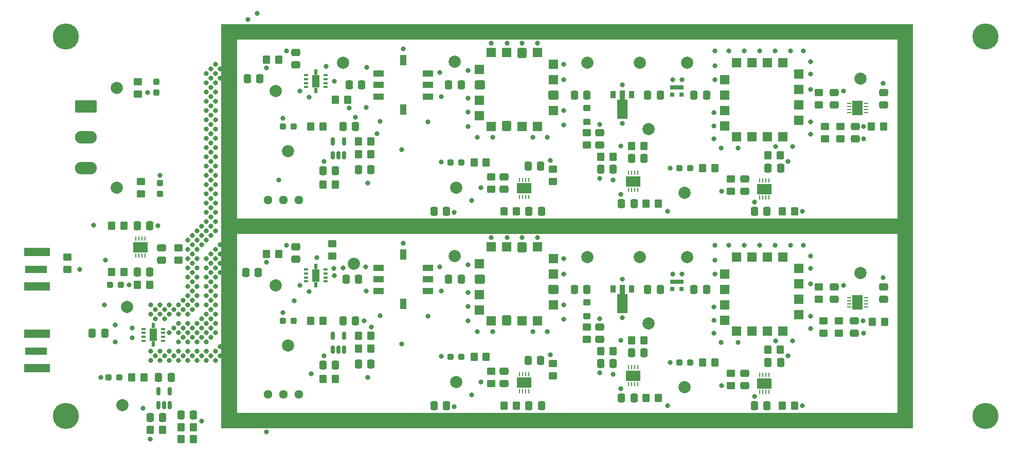
<source format=gbr>
%TF.GenerationSoftware,KiCad,Pcbnew,7.0.10-7.0.10~ubuntu22.04.1*%
%TF.CreationDate,2024-02-23T19:53:56-06:00*%
%TF.ProjectId,aom_driver,616f6d5f-6472-4697-9665-722e6b696361,v1*%
%TF.SameCoordinates,Original*%
%TF.FileFunction,Soldermask,Top*%
%TF.FilePolarity,Negative*%
%FSLAX46Y46*%
G04 Gerber Fmt 4.6, Leading zero omitted, Abs format (unit mm)*
G04 Created by KiCad (PCBNEW 7.0.10-7.0.10~ubuntu22.04.1) date 2024-02-23 19:53:56*
%MOMM*%
%LPD*%
G01*
G04 APERTURE LIST*
G04 Aperture macros list*
%AMRoundRect*
0 Rectangle with rounded corners*
0 $1 Rounding radius*
0 $2 $3 $4 $5 $6 $7 $8 $9 X,Y pos of 4 corners*
0 Add a 4 corners polygon primitive as box body*
4,1,4,$2,$3,$4,$5,$6,$7,$8,$9,$2,$3,0*
0 Add four circle primitives for the rounded corners*
1,1,$1+$1,$2,$3*
1,1,$1+$1,$4,$5*
1,1,$1+$1,$6,$7*
1,1,$1+$1,$8,$9*
0 Add four rect primitives between the rounded corners*
20,1,$1+$1,$2,$3,$4,$5,0*
20,1,$1+$1,$4,$5,$6,$7,0*
20,1,$1+$1,$6,$7,$8,$9,0*
20,1,$1+$1,$8,$9,$2,$3,0*%
%AMFreePoly0*
4,1,9,3.862500,-0.866500,0.737500,-0.866500,0.737500,-0.450000,-0.737500,-0.450000,-0.737500,0.450000,0.737500,0.450000,0.737500,0.866500,3.862500,0.866500,3.862500,-0.866500,3.862500,-0.866500,$1*%
G04 Aperture macros list end*
%ADD10RoundRect,0.250000X-0.350000X-0.450000X0.350000X-0.450000X0.350000X0.450000X-0.350000X0.450000X0*%
%ADD11RoundRect,0.250000X0.337500X0.475000X-0.337500X0.475000X-0.337500X-0.475000X0.337500X-0.475000X0*%
%ADD12R,0.250000X0.700000*%
%ADD13R,2.380000X1.660000*%
%ADD14C,4.300000*%
%ADD15RoundRect,0.250000X0.350000X0.450000X-0.350000X0.450000X-0.350000X-0.450000X0.350000X-0.450000X0*%
%ADD16C,2.000000*%
%ADD17RoundRect,0.250000X-0.337500X-0.475000X0.337500X-0.475000X0.337500X0.475000X-0.337500X0.475000X0*%
%ADD18R,3.600000X1.270000*%
%ADD19R,4.200000X1.350000*%
%ADD20RoundRect,0.237500X-0.287500X-0.237500X0.287500X-0.237500X0.287500X0.237500X-0.287500X0.237500X0*%
%ADD21C,1.440000*%
%ADD22RoundRect,0.250000X-0.450000X0.350000X-0.450000X-0.350000X0.450000X-0.350000X0.450000X0.350000X0*%
%ADD23RoundRect,0.250000X-0.475000X0.337500X-0.475000X-0.337500X0.475000X-0.337500X0.475000X0.337500X0*%
%ADD24RoundRect,0.237500X0.287500X0.237500X-0.287500X0.237500X-0.287500X-0.237500X0.287500X-0.237500X0*%
%ADD25R,0.800000X0.700000*%
%ADD26R,2.300000X0.700000*%
%ADD27R,0.760000X0.330000*%
%ADD28R,0.510000X0.940000*%
%ADD29R,1.220000X2.130000*%
%ADD30RoundRect,0.250000X0.475000X-0.337500X0.475000X0.337500X-0.475000X0.337500X-0.475000X-0.337500X0*%
%ADD31RoundRect,0.250000X0.350000X-0.275000X0.350000X0.275000X-0.350000X0.275000X-0.350000X-0.275000X0*%
%ADD32RoundRect,0.250000X0.450000X-0.350000X0.450000X0.350000X-0.450000X0.350000X-0.450000X-0.350000X0*%
%ADD33RoundRect,0.150000X0.150000X-0.512500X0.150000X0.512500X-0.150000X0.512500X-0.150000X-0.512500X0*%
%ADD34R,1.524000X1.524000*%
%ADD35R,1.520000X1.520000*%
%ADD36RoundRect,0.228000X0.597000X0.532000X-0.597000X0.532000X-0.597000X-0.532000X0.597000X-0.532000X0*%
%ADD37RoundRect,0.228000X0.532000X0.597000X-0.532000X0.597000X-0.532000X-0.597000X0.532000X-0.597000X0*%
%ADD38RoundRect,0.237500X0.237500X-0.287500X0.237500X0.287500X-0.237500X0.287500X-0.237500X-0.287500X0*%
%ADD39R,0.900000X1.300000*%
%ADD40FreePoly0,270.000000*%
%ADD41R,1.778000X1.016000*%
%ADD42R,1.016000X1.778000*%
%ADD43R,0.700000X0.250000*%
%ADD44R,1.660000X2.380000*%
%ADD45RoundRect,0.249999X-1.550001X0.790001X-1.550001X-0.790001X1.550001X-0.790001X1.550001X0.790001X0*%
%ADD46O,3.600000X2.080000*%
%ADD47C,0.800000*%
G04 APERTURE END LIST*
D10*
%TO.C,R54*%
X83201000Y-99618000D03*
X85201000Y-99618000D03*
%TD*%
D11*
%TO.C,C38*%
X125878500Y-90424000D03*
X123803500Y-90424000D03*
%TD*%
D12*
%TO.C,U1*%
X191416500Y-124203000D03*
X190916500Y-124203000D03*
X190416500Y-124203000D03*
X189916500Y-124203000D03*
X189916500Y-127003000D03*
X190416500Y-127003000D03*
X190916500Y-127003000D03*
X191416500Y-127003000D03*
D13*
X190666500Y-125603000D03*
%TD*%
D14*
%TO.C,H4*%
X227076500Y-130937500D03*
%TD*%
D15*
%TO.C,R3*%
X195603000Y-129285500D03*
X193603000Y-129285500D03*
%TD*%
D16*
%TO.C,TP6*%
X177927500Y-72771500D03*
%TD*%
D11*
%TO.C,C39*%
X140737500Y-108458000D03*
X138662500Y-108458000D03*
%TD*%
D16*
%TO.C,TP17*%
X112267500Y-119379500D03*
%TD*%
D10*
%TO.C,R16*%
X191277500Y-88010500D03*
X193277500Y-88010500D03*
%TD*%
D17*
%TO.C,C35*%
X117961000Y-122554500D03*
X120036000Y-122554500D03*
%TD*%
D11*
%TO.C,C17*%
X169185000Y-128015500D03*
X167110000Y-128015500D03*
%TD*%
D18*
%TO.C,J2*%
X70739500Y-106807500D03*
D19*
X70939500Y-103982500D03*
X70939500Y-109632500D03*
%TD*%
D17*
%TO.C,C53*%
X87394500Y-99618000D03*
X89469500Y-99618000D03*
%TD*%
D11*
%TO.C,C6*%
X191069500Y-97282500D03*
X188994500Y-97282500D03*
%TD*%
D20*
%TO.C,D1*%
X176671000Y-122174000D03*
X178421000Y-122174000D03*
%TD*%
D21*
%TO.C,RV1*%
X114045500Y-127380500D03*
X111505500Y-127380500D03*
X108965500Y-127380500D03*
%TD*%
D16*
%TO.C,TP15*%
X139700000Y-104648000D03*
%TD*%
%TO.C,TP25*%
X84963500Y-129159500D03*
%TD*%
D22*
%TO.C,R6*%
X200406000Y-115332000D03*
X200406000Y-117332000D03*
%TD*%
D11*
%TO.C,C26*%
X165756500Y-90297000D03*
X163681500Y-90297000D03*
%TD*%
D15*
%TO.C,R38*%
X125841000Y-87884000D03*
X123841000Y-87884000D03*
%TD*%
D16*
%TO.C,TP23*%
X84074500Y-76962500D03*
%TD*%
D11*
%TO.C,C40*%
X140738000Y-76454500D03*
X138663000Y-76454500D03*
%TD*%
D23*
%TO.C,C8*%
X205613000Y-83290500D03*
X205613000Y-85365500D03*
%TD*%
D22*
%TO.C,R10*%
X185166000Y-91964000D03*
X185166000Y-93964000D03*
%TD*%
D16*
%TO.C,TP10*%
X170180500Y-72771500D03*
%TD*%
D20*
%TO.C,D3*%
X139039000Y-121192000D03*
X140789000Y-121192000D03*
%TD*%
D24*
%TO.C,D5*%
X113142500Y-115315500D03*
X111392500Y-115315500D03*
%TD*%
D25*
%TO.C,U8*%
X177026500Y-78070500D03*
X175526500Y-78070500D03*
D26*
X176276500Y-76870500D03*
%TD*%
D15*
%TO.C,R23*%
X165718500Y-120268500D03*
X163718500Y-120268500D03*
%TD*%
D17*
%TO.C,C24*%
X151743500Y-89789000D03*
X153818500Y-89789000D03*
%TD*%
D16*
%TO.C,TP22*%
X110236500Y-77470500D03*
%TD*%
D27*
%TO.C,U17*%
X118465000Y-108813000D03*
X118465000Y-108153000D03*
X118465000Y-107493000D03*
X118465000Y-106833000D03*
X115215000Y-106833000D03*
X115215000Y-107493000D03*
X115215000Y-108153000D03*
X115215000Y-108813000D03*
D28*
X116840000Y-109358000D03*
D29*
X116840000Y-107823000D03*
D28*
X116840000Y-106288000D03*
%TD*%
D10*
%TO.C,R42*%
X108727500Y-104266500D03*
X110727500Y-104266500D03*
%TD*%
D22*
%TO.C,R9*%
X185165500Y-123967500D03*
X185165500Y-125967500D03*
%TD*%
D30*
%TO.C,C4*%
X210312500Y-79778000D03*
X210312500Y-77703000D03*
%TD*%
D16*
%TO.C,TP14*%
X161544500Y-72771500D03*
%TD*%
D24*
%TO.C,D8*%
X84695000Y-109363000D03*
X82945000Y-109363000D03*
%TD*%
D30*
%TO.C,C51*%
X91440000Y-105320500D03*
X91440000Y-103245500D03*
%TD*%
D27*
%TO.C,U19*%
X91668500Y-118592500D03*
X91668500Y-117932500D03*
X91668500Y-117272500D03*
X91668500Y-116612500D03*
X88418500Y-116612500D03*
X88418500Y-117272500D03*
X88418500Y-117932500D03*
X88418500Y-118592500D03*
D28*
X90043500Y-119137500D03*
D29*
X90043500Y-117602500D03*
D28*
X90043500Y-116067500D03*
%TD*%
D15*
%TO.C,R12*%
X182483500Y-90170500D03*
X180483500Y-90170500D03*
%TD*%
D11*
%TO.C,C48*%
X107591000Y-75438500D03*
X105516000Y-75438500D03*
%TD*%
D17*
%TO.C,C13*%
X191240500Y-90170000D03*
X193315500Y-90170000D03*
%TD*%
D31*
%TO.C,L2*%
X161473500Y-82557500D03*
X161473500Y-80257500D03*
%TD*%
D11*
%TO.C,C34*%
X161439000Y-78105500D03*
X159364000Y-78105500D03*
%TD*%
D12*
%TO.C,U5*%
X151879500Y-124075500D03*
X151379500Y-124075500D03*
X150879500Y-124075500D03*
X150379500Y-124075500D03*
X150379500Y-126875500D03*
X150879500Y-126875500D03*
X151379500Y-126875500D03*
X151879500Y-126875500D03*
D13*
X151129500Y-125475500D03*
%TD*%
D30*
%TO.C,C14*%
X202184000Y-79777500D03*
X202184000Y-77702500D03*
%TD*%
D16*
%TO.C,TP3*%
X177546000Y-126238000D03*
%TD*%
D30*
%TO.C,C12*%
X202183500Y-111781000D03*
X202183500Y-109706000D03*
%TD*%
D20*
%TO.C,D2*%
X176671500Y-90170500D03*
X178421500Y-90170500D03*
%TD*%
D11*
%TO.C,C41*%
X123338000Y-115315500D03*
X121263000Y-115315500D03*
%TD*%
D10*
%TO.C,R45*%
X87431500Y-109396500D03*
X89431500Y-109396500D03*
%TD*%
D16*
%TO.C,TP24*%
X84074500Y-93345500D03*
%TD*%
D17*
%TO.C,C50*%
X87394500Y-107238000D03*
X89469500Y-107238000D03*
%TD*%
%TO.C,C16*%
X151870500Y-97282000D03*
X153945500Y-97282000D03*
%TD*%
D15*
%TO.C,R25*%
X144851000Y-121192000D03*
X142851000Y-121192000D03*
%TD*%
D22*
%TO.C,R49*%
X88011000Y-92345500D03*
X88011000Y-94345500D03*
%TD*%
D14*
%TO.C,H3*%
X227076500Y-68453500D03*
%TD*%
D11*
%TO.C,C47*%
X107336500Y-107315000D03*
X105261500Y-107315000D03*
%TD*%
D16*
%TO.C,TP12*%
X171577000Y-83693000D03*
%TD*%
D10*
%TO.C,R32*%
X168799000Y-86487000D03*
X170799000Y-86487000D03*
%TD*%
D11*
%TO.C,C44*%
X124354500Y-76454000D03*
X122279500Y-76454000D03*
%TD*%
D23*
%TO.C,C9*%
X187451500Y-123930000D03*
X187451500Y-126005000D03*
%TD*%
D12*
%TO.C,U10*%
X169787000Y-90929500D03*
X169287000Y-90929500D03*
X168787000Y-90929500D03*
X168287000Y-90929500D03*
X168287000Y-93729500D03*
X168787000Y-93729500D03*
X169287000Y-93729500D03*
X169787000Y-93729500D03*
D13*
X169037000Y-92329500D03*
%TD*%
D18*
%TO.C,J1*%
X70739500Y-120269500D03*
D19*
X70939500Y-117444500D03*
X70939500Y-123094500D03*
%TD*%
D15*
%TO.C,R19*%
X173211500Y-128015500D03*
X171211500Y-128015500D03*
%TD*%
%TO.C,R36*%
X125841000Y-85725000D03*
X123841000Y-85725000D03*
%TD*%
D24*
%TO.C,D6*%
X113143000Y-83312000D03*
X111393000Y-83312000D03*
%TD*%
D16*
%TO.C,TP16*%
X139700500Y-72644500D03*
%TD*%
D15*
%TO.C,R53*%
X96631000Y-134747000D03*
X94631000Y-134747000D03*
%TD*%
D25*
%TO.C,U7*%
X177026000Y-110074000D03*
X175526000Y-110074000D03*
D26*
X176276000Y-108874000D03*
%TD*%
D15*
%TO.C,R35*%
X125840500Y-117728500D03*
X123840500Y-117728500D03*
%TD*%
D10*
%TO.C,R46*%
X86503500Y-124587500D03*
X88503500Y-124587500D03*
%TD*%
D16*
%TO.C,TP5*%
X177927000Y-104775000D03*
%TD*%
D30*
%TO.C,C45*%
X113537500Y-105177000D03*
X113537500Y-103102000D03*
%TD*%
D32*
%TO.C,R30*%
X161473500Y-86344500D03*
X161473500Y-84344500D03*
%TD*%
D23*
%TO.C,C10*%
X187452000Y-91926500D03*
X187452000Y-94001500D03*
%TD*%
D22*
%TO.C,R5*%
X202946000Y-115332000D03*
X202946000Y-117332000D03*
%TD*%
D11*
%TO.C,C42*%
X123338500Y-83312000D03*
X121263500Y-83312000D03*
%TD*%
D16*
%TO.C,TP7*%
X139914000Y-125383000D03*
%TD*%
D10*
%TO.C,R15*%
X191277000Y-120014000D03*
X193277000Y-120014000D03*
%TD*%
D11*
%TO.C,C37*%
X125878000Y-122427500D03*
X123803000Y-122427500D03*
%TD*%
D15*
%TO.C,R24*%
X165719000Y-88265000D03*
X163719000Y-88265000D03*
%TD*%
D16*
%TO.C,TP2*%
X206502000Y-75438000D03*
%TD*%
D30*
%TO.C,C29*%
X163576000Y-118385500D03*
X163576000Y-116310500D03*
%TD*%
D10*
%TO.C,R40*%
X115967000Y-83312000D03*
X117967000Y-83312000D03*
%TD*%
D33*
%TO.C,U20*%
X90871500Y-129154000D03*
X91821500Y-129154000D03*
X92771500Y-129154000D03*
X92771500Y-126879000D03*
X90871500Y-126879000D03*
%TD*%
D32*
%TO.C,R14*%
X199644000Y-79740000D03*
X199644000Y-77740000D03*
%TD*%
D16*
%TO.C,TP8*%
X139914500Y-93379500D03*
%TD*%
%TO.C,TP1*%
X206501500Y-107441500D03*
%TD*%
D34*
%TO.C,X2*%
X196342500Y-82296500D03*
X196342500Y-79756500D03*
X196342500Y-77216500D03*
X196342500Y-74676500D03*
X193675500Y-72771500D03*
X191135500Y-72771500D03*
X188595500Y-72771500D03*
X186055500Y-72771500D03*
X184150500Y-75565500D03*
X184150500Y-78105500D03*
X184150500Y-80645500D03*
X184150500Y-83185500D03*
X186055500Y-84963500D03*
X188595500Y-84963500D03*
X191135500Y-84963500D03*
X193675500Y-84963500D03*
%TD*%
D30*
%TO.C,C3*%
X210312000Y-111781500D03*
X210312000Y-109706500D03*
%TD*%
D34*
%TO.C,X1*%
X196342000Y-114300000D03*
X196342000Y-111760000D03*
X196342000Y-109220000D03*
X196342000Y-106680000D03*
X193675000Y-104775000D03*
X191135000Y-104775000D03*
X188595000Y-104775000D03*
X186055000Y-104775000D03*
X184150000Y-107569000D03*
X184150000Y-110109000D03*
X184150000Y-112649000D03*
X184150000Y-115189000D03*
X186055000Y-116967000D03*
X188595000Y-116967000D03*
X191135000Y-116967000D03*
X193675000Y-116967000D03*
%TD*%
D30*
%TO.C,C30*%
X163576500Y-86382000D03*
X163576500Y-84307000D03*
%TD*%
D16*
%TO.C,TP18*%
X112268000Y-87376000D03*
%TD*%
D10*
%TO.C,R17*%
X147843500Y-129285500D03*
X149843500Y-129285500D03*
%TD*%
D14*
%TO.C,H2*%
X75692500Y-130937500D03*
%TD*%
D11*
%TO.C,C18*%
X169185500Y-96012000D03*
X167110500Y-96012000D03*
%TD*%
D16*
%TO.C,TP9*%
X170180000Y-104775000D03*
%TD*%
D22*
%TO.C,R7*%
X203200000Y-83328000D03*
X203200000Y-85328000D03*
%TD*%
D15*
%TO.C,R4*%
X195603500Y-97282000D03*
X193603500Y-97282000D03*
%TD*%
D17*
%TO.C,C32*%
X168761500Y-88519000D03*
X170836500Y-88519000D03*
%TD*%
D15*
%TO.C,R55*%
X91551000Y-133223000D03*
X89551000Y-133223000D03*
%TD*%
D17*
%TO.C,C15*%
X151870000Y-129285500D03*
X153945000Y-129285500D03*
%TD*%
D11*
%TO.C,C27*%
X173503500Y-110109000D03*
X171428500Y-110109000D03*
%TD*%
D33*
%TO.C,U15*%
X119572500Y-120009000D03*
X120522500Y-120009000D03*
X121472500Y-120009000D03*
X121472500Y-117734000D03*
X119572500Y-117734000D03*
%TD*%
D16*
%TO.C,TP4*%
X177546500Y-94234500D03*
%TD*%
D35*
%TO.C,U13*%
X155960000Y-112650000D03*
D36*
X155890000Y-110110000D03*
D35*
X155960000Y-107570000D03*
X155960000Y-105030000D03*
X153290000Y-103120000D03*
D37*
X150750000Y-103190000D03*
D35*
X148210000Y-103120000D03*
X145670000Y-103120000D03*
X143760000Y-105920000D03*
D36*
X143830000Y-108460000D03*
D35*
X143760000Y-111000000D03*
X143760000Y-113540000D03*
X145670000Y-115320000D03*
D37*
X148210000Y-115250000D03*
D35*
X150750000Y-115320000D03*
X153290000Y-115320000D03*
%TD*%
D38*
%TO.C,D10*%
X91186000Y-94347000D03*
X91186000Y-92597000D03*
%TD*%
D16*
%TO.C,TP20*%
X123063000Y-105918000D03*
%TD*%
D32*
%TO.C,R29*%
X161473000Y-118348000D03*
X161473000Y-116348000D03*
%TD*%
D11*
%TO.C,C55*%
X82063500Y-117348000D03*
X79988500Y-117348000D03*
%TD*%
D17*
%TO.C,C54*%
X89513500Y-131191000D03*
X91588500Y-131191000D03*
%TD*%
D32*
%TO.C,R8*%
X200660000Y-85328000D03*
X200660000Y-83328000D03*
%TD*%
%TO.C,R43*%
X119506500Y-104631500D03*
X119506500Y-102631500D03*
%TD*%
D15*
%TO.C,R47*%
X85241000Y-107238000D03*
X83241000Y-107238000D03*
%TD*%
D39*
%TO.C,U12*%
X168759500Y-78060500D03*
D40*
X167259500Y-78148000D03*
D39*
X165759500Y-78060500D03*
%TD*%
D32*
%TO.C,R27*%
X155828500Y-124316500D03*
X155828500Y-122316500D03*
%TD*%
D14*
%TO.C,H1*%
X75692500Y-68453500D03*
%TD*%
D21*
%TO.C,RV2*%
X114046000Y-95377000D03*
X111506000Y-95377000D03*
X108966000Y-95377000D03*
%TD*%
D38*
%TO.C,D9*%
X90551000Y-77710000D03*
X90551000Y-75960000D03*
%TD*%
D12*
%TO.C,U21*%
X87174000Y-104574000D03*
X87674000Y-104574000D03*
X88174000Y-104574000D03*
X88674000Y-104574000D03*
X88674000Y-101774000D03*
X88174000Y-101774000D03*
X87674000Y-101774000D03*
X87174000Y-101774000D03*
D13*
X87924000Y-103174000D03*
%TD*%
D11*
%TO.C,C28*%
X173504000Y-78105500D03*
X171429000Y-78105500D03*
%TD*%
D16*
%TO.C,TP19*%
X121285000Y-72771000D03*
%TD*%
D10*
%TO.C,R44*%
X108728000Y-72263000D03*
X110728000Y-72263000D03*
%TD*%
D12*
%TO.C,U3*%
X191417000Y-92199500D03*
X190917000Y-92199500D03*
X190417000Y-92199500D03*
X189917000Y-92199500D03*
X189917000Y-94999500D03*
X190417000Y-94999500D03*
X190917000Y-94999500D03*
X191417000Y-94999500D03*
D13*
X190667000Y-93599500D03*
%TD*%
D10*
%TO.C,R1*%
X208423000Y-115443000D03*
X210423000Y-115443000D03*
%TD*%
D32*
%TO.C,R28*%
X155829000Y-92313000D03*
X155829000Y-90313000D03*
%TD*%
D11*
%TO.C,C5*%
X191069000Y-129286000D03*
X188994000Y-129286000D03*
%TD*%
%TO.C,C43*%
X123846500Y-108458000D03*
X121771500Y-108458000D03*
%TD*%
D17*
%TO.C,C2*%
X136249500Y-97282000D03*
X138324500Y-97282000D03*
%TD*%
D30*
%TO.C,C46*%
X113538000Y-73173500D03*
X113538000Y-71098500D03*
%TD*%
D32*
%TO.C,R48*%
X87503000Y-77962000D03*
X87503000Y-75962000D03*
%TD*%
D17*
%TO.C,C31*%
X168761000Y-120522500D03*
X170836000Y-120522500D03*
%TD*%
D15*
%TO.C,R26*%
X144851500Y-89188500D03*
X142851500Y-89188500D03*
%TD*%
D11*
%TO.C,C49*%
X92986000Y-124587500D03*
X90911000Y-124587500D03*
%TD*%
D10*
%TO.C,R2*%
X208296000Y-83312000D03*
X210296000Y-83312000D03*
%TD*%
D20*
%TO.C,D4*%
X139039500Y-89188500D03*
X140789500Y-89188500D03*
%TD*%
D15*
%TO.C,R34*%
X119999000Y-92837000D03*
X117999000Y-92837000D03*
%TD*%
D11*
%TO.C,C22*%
X181124000Y-78105500D03*
X179049000Y-78105500D03*
%TD*%
D15*
%TO.C,R20*%
X173212000Y-96012000D03*
X171212000Y-96012000D03*
%TD*%
D22*
%TO.C,R22*%
X145669000Y-91617500D03*
X145669000Y-93617500D03*
%TD*%
D41*
%TO.C,FL2*%
X135255500Y-78359500D03*
X135255500Y-76454500D03*
X135255500Y-74549500D03*
D42*
X131191500Y-72390500D03*
D41*
X127127500Y-74549500D03*
X127127500Y-76454500D03*
X127127500Y-78359500D03*
D42*
X131191500Y-80518500D03*
%TD*%
D24*
%TO.C,D7*%
X84441500Y-124587500D03*
X82691500Y-124587500D03*
%TD*%
D12*
%TO.C,U9*%
X169786500Y-122933000D03*
X169286500Y-122933000D03*
X168786500Y-122933000D03*
X168286500Y-122933000D03*
X168286500Y-125733000D03*
X168786500Y-125733000D03*
X169286500Y-125733000D03*
X169786500Y-125733000D03*
D13*
X169036500Y-124333000D03*
%TD*%
D17*
%TO.C,C36*%
X117961500Y-90551000D03*
X120036500Y-90551000D03*
%TD*%
D15*
%TO.C,R11*%
X182483000Y-122174000D03*
X180483000Y-122174000D03*
%TD*%
D17*
%TO.C,C11*%
X191240000Y-122173500D03*
X193315000Y-122173500D03*
%TD*%
D33*
%TO.C,U16*%
X119573000Y-88005500D03*
X120523000Y-88005500D03*
X121473000Y-88005500D03*
X121473000Y-85730500D03*
X119573000Y-85730500D03*
%TD*%
D39*
%TO.C,U11*%
X168759000Y-110064000D03*
D40*
X167259000Y-110151500D03*
D39*
X165759000Y-110064000D03*
%TD*%
D17*
%TO.C,C1*%
X136249000Y-129285500D03*
X138324000Y-129285500D03*
%TD*%
D23*
%TO.C,C21*%
X147828000Y-91580000D03*
X147828000Y-93655000D03*
%TD*%
D16*
%TO.C,TP21*%
X110236000Y-109474000D03*
%TD*%
D17*
%TO.C,C23*%
X151743000Y-121792500D03*
X153818000Y-121792500D03*
%TD*%
D16*
%TO.C,TP11*%
X171576500Y-115696500D03*
%TD*%
D31*
%TO.C,L1*%
X161473000Y-114561000D03*
X161473000Y-112261000D03*
%TD*%
D23*
%TO.C,C7*%
X205486000Y-115294000D03*
X205486000Y-117369000D03*
%TD*%
D16*
%TO.C,TP26*%
X85725500Y-113030500D03*
%TD*%
D15*
%TO.C,R52*%
X96631000Y-132842000D03*
X94631000Y-132842000D03*
%TD*%
D16*
%TO.C,TP13*%
X161544000Y-104775000D03*
%TD*%
D10*
%TO.C,R18*%
X147844000Y-97282000D03*
X149844000Y-97282000D03*
%TD*%
D41*
%TO.C,FL1*%
X135255000Y-110363000D03*
X135255000Y-108458000D03*
X135255000Y-106553000D03*
D42*
X131191000Y-104394000D03*
D41*
X127127000Y-106553000D03*
X127127000Y-108458000D03*
X127127000Y-110363000D03*
D42*
X131191000Y-112522000D03*
%TD*%
D10*
%TO.C,R31*%
X168798500Y-118490500D03*
X170798500Y-118490500D03*
%TD*%
D12*
%TO.C,U6*%
X151880000Y-92072000D03*
X151380000Y-92072000D03*
X150880000Y-92072000D03*
X150380000Y-92072000D03*
X150380000Y-94872000D03*
X150880000Y-94872000D03*
X151380000Y-94872000D03*
X151880000Y-94872000D03*
D13*
X151130000Y-93472000D03*
%TD*%
D11*
%TO.C,C25*%
X165756000Y-122300500D03*
X163681000Y-122300500D03*
%TD*%
D43*
%TO.C,U4*%
X204594500Y-79514500D03*
X204594500Y-80014500D03*
X204594500Y-80514500D03*
X204594500Y-81014500D03*
X207394500Y-81014500D03*
X207394500Y-80514500D03*
X207394500Y-80014500D03*
X207394500Y-79514500D03*
D44*
X205994500Y-80264500D03*
%TD*%
D15*
%TO.C,R33*%
X119998500Y-124840500D03*
X117998500Y-124840500D03*
%TD*%
D27*
%TO.C,U18*%
X118465500Y-76809500D03*
X118465500Y-76149500D03*
X118465500Y-75489500D03*
X118465500Y-74829500D03*
X115215500Y-74829500D03*
X115215500Y-75489500D03*
X115215500Y-76149500D03*
X115215500Y-76809500D03*
D28*
X116840500Y-77354500D03*
D29*
X116840500Y-75819500D03*
D28*
X116840500Y-74284500D03*
%TD*%
D10*
%TO.C,R41*%
X120031000Y-78867000D03*
X122031000Y-78867000D03*
%TD*%
D32*
%TO.C,R51*%
X94234000Y-105283000D03*
X94234000Y-103283000D03*
%TD*%
D22*
%TO.C,R21*%
X145668500Y-123621000D03*
X145668500Y-125621000D03*
%TD*%
D43*
%TO.C,U2*%
X204594000Y-111518000D03*
X204594000Y-112018000D03*
X204594000Y-112518000D03*
X204594000Y-113018000D03*
X207394000Y-113018000D03*
X207394000Y-112518000D03*
X207394000Y-112018000D03*
X207394000Y-111518000D03*
D44*
X205994000Y-112268000D03*
%TD*%
D23*
%TO.C,C19*%
X147827500Y-123583500D03*
X147827500Y-125658500D03*
%TD*%
D45*
%TO.C,J3*%
X78994500Y-80010500D03*
D46*
X78994500Y-85090500D03*
X78994500Y-90170500D03*
%TD*%
D35*
%TO.C,U14*%
X155960500Y-80646500D03*
D36*
X155890500Y-78106500D03*
D35*
X155960500Y-75566500D03*
X155960500Y-73026500D03*
X153290500Y-71116500D03*
D37*
X150750500Y-71186500D03*
D35*
X148210500Y-71116500D03*
X145670500Y-71116500D03*
X143760500Y-73916500D03*
D36*
X143830500Y-76456500D03*
D35*
X143760500Y-78996500D03*
X143760500Y-81536500D03*
X145670500Y-83316500D03*
D37*
X148210500Y-83246500D03*
D35*
X150750500Y-83316500D03*
X153290500Y-83316500D03*
%TD*%
D11*
%TO.C,C20*%
X181123500Y-110109000D03*
X179048500Y-110109000D03*
%TD*%
D15*
%TO.C,R37*%
X125840500Y-119887500D03*
X123840500Y-119887500D03*
%TD*%
D10*
%TO.C,R39*%
X115966500Y-115315500D03*
X117966500Y-115315500D03*
%TD*%
D32*
%TO.C,R50*%
X75946500Y-106791500D03*
X75946500Y-104791500D03*
%TD*%
D11*
%TO.C,C33*%
X161438500Y-110109000D03*
X159363500Y-110109000D03*
%TD*%
%TO.C,C52*%
X96668500Y-130810000D03*
X94593500Y-130810000D03*
%TD*%
D32*
%TO.C,R13*%
X199643500Y-111743500D03*
X199643500Y-109743500D03*
%TD*%
D47*
X196889500Y-97282000D03*
X107188500Y-64643500D03*
X174752000Y-97282500D03*
X174751500Y-129286000D03*
X142493500Y-127507500D03*
X142494000Y-95504000D03*
X125348500Y-124586500D03*
X125349000Y-92583000D03*
X196889000Y-129285500D03*
X207010000Y-83312000D03*
X206883000Y-115315500D03*
X80264500Y-99568000D03*
X98806500Y-91313500D03*
X171958000Y-130937000D03*
X98806500Y-77597500D03*
X195326000Y-86614000D03*
X201676000Y-131699000D03*
X101854500Y-101981500D03*
X213868500Y-131699500D03*
X157607500Y-73025500D03*
X141859500Y-83312500D03*
X172720500Y-99695500D03*
X100330500Y-95885500D03*
X214630500Y-71501500D03*
X120142000Y-132461000D03*
X140716500Y-67691500D03*
X213106500Y-118745500D03*
X100330500Y-82169500D03*
X107950500Y-100457500D03*
X141859000Y-115316000D03*
X157607500Y-80645500D03*
X101092500Y-105791500D03*
X120142500Y-68453500D03*
X184785000Y-102870000D03*
X147574000Y-130937000D03*
X141478500Y-68453500D03*
X108712500Y-99695500D03*
X177292000Y-131699000D03*
X91948500Y-121031500D03*
X162814000Y-130937000D03*
X162052500Y-99695500D03*
X102616500Y-93599500D03*
X187960500Y-67691500D03*
X139192500Y-67691500D03*
X207010500Y-68453500D03*
X155194000Y-130937000D03*
X191770500Y-100457500D03*
X135382500Y-66929500D03*
X139192500Y-99695500D03*
X103378500Y-89789500D03*
X101854500Y-82169500D03*
X99568500Y-98171500D03*
X152908000Y-131699000D03*
X184912500Y-99695500D03*
X107950500Y-68453500D03*
X133096500Y-99695500D03*
X197866000Y-130937000D03*
X112522500Y-66929500D03*
X149860500Y-99695500D03*
X191008000Y-131699000D03*
X213868500Y-127127500D03*
X101854500Y-88265500D03*
X145669000Y-101600000D03*
X126238500Y-98933500D03*
X138430500Y-66929500D03*
X141859000Y-112903000D03*
X139572500Y-129412500D03*
X101854500Y-114173500D03*
X182499000Y-102870000D03*
X156718500Y-100457500D03*
X98044500Y-101219500D03*
X214630500Y-68453500D03*
X213106500Y-86741500D03*
X214630500Y-114173500D03*
X181102500Y-66929500D03*
X99568500Y-108839500D03*
X102616500Y-105791500D03*
X197866500Y-66929500D03*
X97282500Y-101981500D03*
X106426000Y-132461000D03*
X182626000Y-132461000D03*
X102616500Y-116459500D03*
X100330500Y-111125500D03*
X109474000Y-130937000D03*
X126238500Y-68453500D03*
X194563000Y-121030000D03*
X92710500Y-121793500D03*
X214630500Y-132461500D03*
X95758500Y-114173500D03*
X115697000Y-110490000D03*
X129286000Y-132461000D03*
X213106500Y-66929500D03*
X170434500Y-66929500D03*
X212344500Y-131699500D03*
X168148500Y-99695500D03*
X123190500Y-98933500D03*
X101854500Y-100457500D03*
X213106500Y-80645500D03*
X144526500Y-100457500D03*
X179578500Y-100457500D03*
X177292500Y-67691500D03*
X182499500Y-75565500D03*
X103378500Y-92837500D03*
X98044500Y-114935500D03*
X168910000Y-130937000D03*
X97282500Y-121793500D03*
X213868500Y-96647500D03*
X106426500Y-100457500D03*
X97282500Y-117221500D03*
X118618500Y-66929500D03*
X194945500Y-70866500D03*
X187198000Y-132461000D03*
X91186500Y-121793500D03*
X121666500Y-66929500D03*
X98044500Y-116459500D03*
X101854500Y-103505500D03*
X205486000Y-132461000D03*
X111760000Y-131699000D03*
X203962000Y-130937000D03*
X183641500Y-125983500D03*
X101854500Y-89789500D03*
X184150000Y-130937000D03*
X161290500Y-100457500D03*
X115570000Y-132461000D03*
X100330500Y-97409500D03*
X213868500Y-108839500D03*
X198247500Y-77216500D03*
X209296500Y-67691500D03*
X210058500Y-98933500D03*
X214630500Y-85217500D03*
X154432000Y-131699000D03*
X101854500Y-105029500D03*
X152146000Y-132461000D03*
X109474500Y-100457500D03*
X153670500Y-66929500D03*
X99568500Y-96647500D03*
X103378500Y-121793500D03*
X98806500Y-88265500D03*
X149098500Y-98933500D03*
X136906500Y-68453500D03*
X203962500Y-98933500D03*
X89662500Y-114173500D03*
X179578500Y-66929500D03*
X124769500Y-115317500D03*
X114046500Y-98933500D03*
X178054500Y-68453500D03*
X198247000Y-106680000D03*
X96520500Y-104267500D03*
X110998000Y-132461000D03*
X155956000Y-131699000D03*
X164338500Y-68453500D03*
X120904500Y-99695500D03*
X210058500Y-100457500D03*
X213106500Y-68453500D03*
X130810500Y-98933500D03*
X158242500Y-66929500D03*
X196342000Y-132461000D03*
X104140500Y-67691500D03*
X189015500Y-127762000D03*
X149098500Y-66929500D03*
X183642000Y-93980000D03*
X103378500Y-100457500D03*
X128524000Y-131699000D03*
X143764500Y-67691500D03*
X176530500Y-68453500D03*
X161290000Y-132461000D03*
X102616500Y-87503500D03*
X106426500Y-66929500D03*
X174244500Y-67691500D03*
X213868500Y-102743500D03*
X137470000Y-121160000D03*
X214630500Y-115697500D03*
X207772000Y-131699000D03*
X213106500Y-77597500D03*
X131572500Y-67691500D03*
X89662500Y-120269500D03*
X152908500Y-67691500D03*
X168148000Y-131699000D03*
X99568500Y-79883500D03*
X127437500Y-82425500D03*
X118166000Y-89029000D03*
X191770500Y-98933500D03*
X92710500Y-114173500D03*
X181102000Y-130937000D03*
X210058500Y-68453500D03*
X141478500Y-100457500D03*
X115697500Y-78486500D03*
X213106500Y-127889500D03*
X97282500Y-120269500D03*
X99568500Y-89027500D03*
X101854500Y-80645500D03*
X102616500Y-131699500D03*
X185674500Y-98933500D03*
X187960500Y-99695500D03*
X126238000Y-132461000D03*
X168910500Y-98933500D03*
X214630500Y-77597500D03*
X186309000Y-118872000D03*
X98806500Y-89789500D03*
X123190500Y-100457500D03*
X155447500Y-120903500D03*
X118618500Y-98933500D03*
X197104500Y-70866500D03*
X186309500Y-86868500D03*
X136906000Y-132461000D03*
X213106500Y-123317500D03*
X161290500Y-66929500D03*
X178054500Y-66929500D03*
X167004500Y-126491500D03*
X127762500Y-98933500D03*
X127000500Y-99695500D03*
X145288500Y-99695500D03*
X117856000Y-131699000D03*
X214630500Y-86741500D03*
X108712500Y-67691500D03*
X99568500Y-110363500D03*
X103378500Y-83693500D03*
X100330500Y-92837500D03*
X95758500Y-109601500D03*
X205486500Y-68453500D03*
X95758500Y-118745500D03*
X137470000Y-110365000D03*
X213106500Y-98933500D03*
X159766500Y-66929500D03*
X90043500Y-118237500D03*
X164338500Y-66929500D03*
X95758500Y-120269500D03*
X175189500Y-90172500D03*
X175768500Y-67691500D03*
X144018000Y-93345000D03*
X124714000Y-132461000D03*
X147574500Y-100457500D03*
X182626500Y-68453500D03*
X117094500Y-98933500D03*
X102616500Y-111887500D03*
X213106500Y-69977500D03*
X171958000Y-132461000D03*
X133858500Y-100457500D03*
X207772500Y-67691500D03*
X103378500Y-97409500D03*
X213106500Y-100457500D03*
X175006500Y-100457500D03*
X192405500Y-70866500D03*
X214630500Y-95885500D03*
X99568500Y-116459500D03*
X102616500Y-92075500D03*
X210820000Y-131699000D03*
X195580500Y-99695500D03*
X213868500Y-92075500D03*
X139954500Y-100457500D03*
X213106500Y-115697500D03*
X101854500Y-77597500D03*
X137668000Y-131699000D03*
X92710500Y-120269500D03*
X175006000Y-132461000D03*
X208534500Y-100457500D03*
X165862500Y-98933500D03*
X131247500Y-70487500D03*
X127762500Y-100457500D03*
X104140500Y-131699500D03*
X100330500Y-89789500D03*
X134620500Y-99695500D03*
X104902500Y-66929500D03*
X86106000Y-109363000D03*
X103378500Y-115697500D03*
X114046500Y-66929500D03*
X187198500Y-68453500D03*
X155194500Y-68453500D03*
X101854500Y-112649500D03*
X184150000Y-132461000D03*
X103378500Y-101981500D03*
X159004500Y-67691500D03*
X162814500Y-98933500D03*
X197866500Y-68453500D03*
X122428500Y-67691500D03*
X110236000Y-131699000D03*
X113284000Y-131699000D03*
X123190000Y-132461000D03*
X100330500Y-100457500D03*
X213106500Y-79121500D03*
X167386500Y-68453500D03*
X166624500Y-99695500D03*
X99568500Y-121031500D03*
X191770000Y-132461000D03*
X160528500Y-99695500D03*
X94996000Y-111887000D03*
X197866000Y-132461000D03*
X124714500Y-66929500D03*
X88392000Y-129667000D03*
X98806500Y-105029500D03*
X159004500Y-99695500D03*
X213868500Y-111887500D03*
X196342500Y-68453500D03*
X213868500Y-93599500D03*
X213106500Y-114173500D03*
X103378500Y-105029500D03*
X206248500Y-99695500D03*
X139573000Y-97409000D03*
X98806500Y-83693500D03*
X213868500Y-95123500D03*
X117094500Y-100457500D03*
X91948500Y-114935500D03*
X139954500Y-66929500D03*
X107188500Y-99695500D03*
X144526500Y-98933500D03*
X81407500Y-124587500D03*
X170434500Y-100457500D03*
X182372000Y-117348000D03*
X155194500Y-98933500D03*
X207010000Y-117348000D03*
X95758500Y-108077500D03*
X183388500Y-99695500D03*
X186436500Y-99695500D03*
X101854500Y-118745500D03*
X190246000Y-130937000D03*
X101854500Y-97409500D03*
X109474500Y-66929500D03*
X182372500Y-85344500D03*
X116332500Y-67691500D03*
X103378500Y-118745500D03*
X207010000Y-132461000D03*
X202438500Y-98933500D03*
X100330500Y-117221500D03*
X147574500Y-98933500D03*
X111760500Y-99695500D03*
X213106500Y-121793500D03*
X184912500Y-67691500D03*
X103378500Y-88265500D03*
X149098500Y-68453500D03*
X102616500Y-130175500D03*
X90845000Y-99618000D03*
X99568500Y-95123500D03*
X120142500Y-98933500D03*
X126238500Y-100457500D03*
X129286500Y-68453500D03*
X104902500Y-68453500D03*
X115570500Y-100457500D03*
X101854500Y-109601500D03*
X193294500Y-100457500D03*
X146050500Y-98933500D03*
X175006500Y-66929500D03*
X100330500Y-86741500D03*
X140716000Y-131699000D03*
X212344500Y-99695500D03*
X112522000Y-130937000D03*
X142240500Y-99695500D03*
X117094500Y-68453500D03*
X111379000Y-81915000D03*
X187198500Y-66929500D03*
X213106500Y-108077500D03*
X155448000Y-88900000D03*
X103378500Y-123317500D03*
X105664500Y-99695500D03*
X200914500Y-98933500D03*
X93472500Y-113411500D03*
X143002500Y-98933500D03*
X193294500Y-68453500D03*
X205486500Y-98933500D03*
X184150500Y-66929500D03*
X166624500Y-67691500D03*
X101854500Y-106553500D03*
X98806500Y-97409500D03*
X90424500Y-121031500D03*
X207010000Y-85344000D03*
X117094500Y-66929500D03*
X173482500Y-98933500D03*
X98806500Y-85217500D03*
X165100500Y-99695500D03*
X98806500Y-101981500D03*
X213868500Y-114935500D03*
X156718000Y-130937000D03*
X123952500Y-67691500D03*
X103378500Y-117221500D03*
X161290500Y-68453500D03*
X186436500Y-67691500D03*
X214630500Y-109601500D03*
X98806500Y-115697500D03*
X214630500Y-127889500D03*
X211582500Y-68453500D03*
X198247000Y-104648000D03*
X138430500Y-100457500D03*
X192532500Y-67691500D03*
X214630500Y-91313500D03*
X117856500Y-67691500D03*
X203200000Y-131699000D03*
X98806500Y-118745500D03*
X114808500Y-99695500D03*
X96520500Y-113411500D03*
X99568500Y-73787500D03*
X101854500Y-85217500D03*
X182499500Y-73279500D03*
X115570500Y-68453500D03*
X141859500Y-74041500D03*
X141478500Y-66929500D03*
X164338500Y-100457500D03*
X205486500Y-100457500D03*
X210058500Y-66929500D03*
X123190500Y-66929500D03*
X192532500Y-99695500D03*
X185674500Y-100457500D03*
X118618500Y-68453500D03*
X175006500Y-98933500D03*
X159766500Y-98933500D03*
X99568500Y-87503500D03*
X110998000Y-130937000D03*
X180340000Y-131699000D03*
X155194000Y-132461000D03*
X99568500Y-90551500D03*
X125151000Y-110365000D03*
X101854500Y-126365500D03*
X213868500Y-110363500D03*
X213868500Y-81407500D03*
X110998500Y-100457500D03*
X157607000Y-107569000D03*
X141859000Y-106045000D03*
X128524500Y-67691500D03*
X148336500Y-69596500D03*
X100330500Y-103505500D03*
X102616500Y-102743500D03*
X94996500Y-113411500D03*
X213106500Y-129413500D03*
X99568500Y-114935500D03*
X118165500Y-121032500D03*
X96520500Y-107315500D03*
X168910500Y-68453500D03*
X155194500Y-66929500D03*
X99568500Y-101219500D03*
X187198500Y-100457500D03*
X169672500Y-67691500D03*
X137470500Y-89156500D03*
X213868500Y-113411500D03*
X131572500Y-99695500D03*
X156718500Y-98933500D03*
X202438500Y-68453500D03*
X133858500Y-68453500D03*
X181864500Y-99695500D03*
X141859000Y-110617000D03*
X213106500Y-109601500D03*
X98806500Y-114173500D03*
X95758500Y-105029500D03*
X103378500Y-86741500D03*
X132334500Y-68453500D03*
X153670500Y-68453500D03*
X148336500Y-67691500D03*
X195325500Y-118617500D03*
X129286000Y-130937000D03*
X101854500Y-129413500D03*
X167315500Y-76456500D03*
X199390500Y-66929500D03*
X101854500Y-132461500D03*
X213868500Y-116459500D03*
X207772500Y-99695500D03*
X120142000Y-130937000D03*
X106426000Y-130937000D03*
X122428000Y-131699000D03*
X139954000Y-132461000D03*
X154432500Y-99695500D03*
X204724500Y-99695500D03*
X213106500Y-106553500D03*
X139954500Y-68453500D03*
X142240000Y-131699000D03*
X126873000Y-84455000D03*
X141859500Y-80899500D03*
X124714000Y-130937000D03*
X172720500Y-67691500D03*
X184912000Y-131699000D03*
X191770500Y-66929500D03*
X116966500Y-104901500D03*
X101092000Y-107315000D03*
X94234500Y-118745500D03*
X127762000Y-130937000D03*
X99568500Y-84455500D03*
X214630500Y-101981500D03*
X190246000Y-132461000D03*
X103378500Y-112649500D03*
X146050500Y-66929500D03*
X167386000Y-130937000D03*
X119380000Y-131699000D03*
X101854500Y-92837500D03*
X161290500Y-98933500D03*
X212344500Y-67691500D03*
X162814500Y-66929500D03*
X214630500Y-121793500D03*
X213106500Y-126365500D03*
X197866500Y-100457500D03*
X102616500Y-78359500D03*
X145288500Y-67691500D03*
X116840000Y-107188000D03*
X110236500Y-67691500D03*
X102616500Y-82931500D03*
X214630500Y-76073500D03*
X136906500Y-98933500D03*
X182372000Y-113030000D03*
X214630500Y-106553500D03*
X214630500Y-105029500D03*
X103378500Y-132461500D03*
X121666500Y-98933500D03*
X107950500Y-66929500D03*
X183388000Y-131699000D03*
X176530000Y-132461000D03*
X112522500Y-98933500D03*
X143383500Y-85090500D03*
X167315500Y-82806500D03*
X175189000Y-122176000D03*
X102616500Y-76835500D03*
X96520500Y-108839500D03*
X98806500Y-106553500D03*
X164338500Y-98933500D03*
X102616500Y-99695500D03*
X200152500Y-99695500D03*
X200914500Y-100457500D03*
X103378500Y-106553500D03*
X165862000Y-130937000D03*
X170434500Y-68453500D03*
X103378500Y-69977500D03*
X103378500Y-71501500D03*
X103378500Y-73025500D03*
X175768500Y-99695500D03*
X210820500Y-99695500D03*
X157607000Y-115062000D03*
X174244500Y-99695500D03*
X154432500Y-67691500D03*
X123952000Y-131699000D03*
X100330500Y-98933500D03*
X179578000Y-132461000D03*
X202438000Y-130937000D03*
X95758500Y-115697500D03*
X200914500Y-68453500D03*
X183515000Y-118872000D03*
X97282500Y-106553500D03*
X157480500Y-99695500D03*
X148336500Y-99695500D03*
X190246500Y-98933500D03*
X170434000Y-132461000D03*
X102616500Y-124079500D03*
X99568500Y-111887500D03*
X95758500Y-106553500D03*
X193294000Y-130937000D03*
X213868500Y-67691500D03*
X213106500Y-124841500D03*
X140716500Y-99695500D03*
X102616500Y-121031500D03*
X213868500Y-125603500D03*
X91186500Y-114173500D03*
X213106500Y-132461500D03*
X130048500Y-99695500D03*
X203200500Y-67691500D03*
X173482500Y-68453500D03*
X124714500Y-68453500D03*
X136144500Y-67691500D03*
X131247000Y-102491000D03*
X194818000Y-130937000D03*
X214630500Y-129413500D03*
X213106500Y-71501500D03*
X208534500Y-66929500D03*
X165862500Y-66929500D03*
X98806500Y-98933500D03*
X149098500Y-100457500D03*
X209296500Y-99695500D03*
X125024000Y-106428000D03*
X183515500Y-86868500D03*
X95758500Y-112649500D03*
X213868500Y-84455500D03*
X138430000Y-130937000D03*
X189484500Y-67691500D03*
X98806500Y-92837500D03*
X131572000Y-131699000D03*
X135382500Y-68453500D03*
X210241000Y-108206000D03*
X177292500Y-99695500D03*
X120142500Y-100457500D03*
X207010500Y-100457500D03*
X157607500Y-75565500D03*
X182499500Y-70866500D03*
X213106500Y-74549500D03*
X100330500Y-76073500D03*
X213106500Y-95885500D03*
X214630500Y-124841500D03*
X147574500Y-66929500D03*
X181102500Y-98933500D03*
X91186500Y-112649500D03*
X189865000Y-102870000D03*
X103378500Y-120269500D03*
X213106500Y-105029500D03*
X196342000Y-130937000D03*
X165100000Y-131699000D03*
X139954500Y-98933500D03*
X213106500Y-92837500D03*
X101854500Y-120269500D03*
X143383000Y-117094000D03*
X109474000Y-132461000D03*
X177094500Y-75567500D03*
X199390500Y-100457500D03*
X99568500Y-113411500D03*
X130048000Y-131699000D03*
X101854500Y-111125500D03*
X101854500Y-69977500D03*
X188722000Y-132461000D03*
X170434000Y-130937000D03*
X107950500Y-98933500D03*
X95758500Y-103505500D03*
X101854500Y-95885500D03*
X171196500Y-67691500D03*
X106426500Y-98933500D03*
X133096500Y-67691500D03*
X135382000Y-130937000D03*
X199390000Y-132461000D03*
X214630500Y-69977500D03*
X199390000Y-130937000D03*
X182626000Y-130937000D03*
X133096000Y-131699000D03*
X187960000Y-131699000D03*
X201676500Y-67691500D03*
X106426500Y-68453500D03*
X150622500Y-98933500D03*
X163576500Y-99695500D03*
X171196500Y-99695500D03*
X175570000Y-107571000D03*
X137668500Y-67691500D03*
X100330500Y-105029500D03*
X156718000Y-132461000D03*
X102616500Y-84455500D03*
X152146500Y-98933500D03*
X185674500Y-66929500D03*
X98806500Y-95885500D03*
X103378500Y-85217500D03*
X101854500Y-130937500D03*
X201676500Y-99695500D03*
X102616500Y-122555500D03*
X102616500Y-95123500D03*
X114173500Y-77470500D03*
X103378500Y-66929500D03*
X167386500Y-66929500D03*
X99568500Y-82931500D03*
X199390500Y-68453500D03*
X102616500Y-101219500D03*
X103378500Y-77597500D03*
X173482000Y-132461000D03*
X136906000Y-130937000D03*
X122301000Y-80264000D03*
X99568500Y-92075500D03*
X165862500Y-100457500D03*
X114046500Y-100457500D03*
X194818500Y-68453500D03*
X165100500Y-67691500D03*
X103378500Y-109601500D03*
X136906500Y-66929500D03*
X98044500Y-117983500D03*
X125095000Y-80137000D03*
X205486000Y-130937000D03*
X188722500Y-98933500D03*
X213106500Y-88265500D03*
X196342500Y-100457500D03*
X180340500Y-99695500D03*
X100330500Y-121793500D03*
X213106500Y-103505500D03*
X207010000Y-130937000D03*
X98044500Y-121031500D03*
X178816500Y-99695500D03*
X171958500Y-68453500D03*
X142240500Y-67691500D03*
X173482000Y-130937000D03*
X116332000Y-131699000D03*
X99568500Y-117983500D03*
X129286500Y-66929500D03*
X143764000Y-131699000D03*
X214630500Y-120269500D03*
X103378500Y-68453500D03*
X179578500Y-98933500D03*
X192532000Y-131699000D03*
X181864000Y-131699000D03*
X185674500Y-68453500D03*
X94996500Y-121031500D03*
X213868500Y-130175500D03*
X151384500Y-67691500D03*
X213106500Y-91313500D03*
X120142500Y-66929500D03*
X96520500Y-116459500D03*
X189865500Y-70866500D03*
X155194500Y-100457500D03*
X213106500Y-85217500D03*
X213868500Y-90551500D03*
X169672000Y-131699000D03*
X94234500Y-120269500D03*
X157480000Y-131699000D03*
X121666000Y-132461000D03*
X200914000Y-132461000D03*
X207010500Y-66929500D03*
X135311500Y-82552500D03*
X167386500Y-100457500D03*
X213106500Y-82169500D03*
X178054000Y-132461000D03*
X99568500Y-99695500D03*
X202438500Y-66929500D03*
X153670000Y-132461000D03*
X179578000Y-130937000D03*
X138430500Y-98933500D03*
X163576000Y-114935000D03*
X121666500Y-100457500D03*
X136144000Y-131699000D03*
X143002000Y-132461000D03*
X214630500Y-108077500D03*
X162052000Y-131699000D03*
X163575500Y-123824500D03*
X149860000Y-131699000D03*
X110998500Y-66929500D03*
X101854500Y-127889500D03*
X188722500Y-68453500D03*
X133858500Y-66929500D03*
X214630500Y-117221500D03*
X102616500Y-125603500D03*
X95758500Y-117221500D03*
X208534500Y-98933500D03*
X210820500Y-67691500D03*
X214630500Y-103505500D03*
X150622500Y-68453500D03*
X104902500Y-130937500D03*
X100330500Y-73025500D03*
X184150500Y-68453500D03*
X146812500Y-99695500D03*
X99568500Y-78359500D03*
X167315000Y-108460000D03*
X145288000Y-131699000D03*
X213868500Y-98171500D03*
X96520500Y-111887500D03*
X103378500Y-79121500D03*
X156718500Y-66929500D03*
X153289000Y-101600000D03*
X213868500Y-73787500D03*
X177094000Y-107571000D03*
X116840500Y-75184500D03*
X90424500Y-114935500D03*
X97282500Y-105029500D03*
X98044500Y-99695500D03*
X203962500Y-68453500D03*
X214630500Y-112649500D03*
X168910000Y-132461000D03*
X127762500Y-68453500D03*
X102616500Y-67691500D03*
X207010500Y-98933500D03*
X191770500Y-68453500D03*
X103378500Y-108077500D03*
X97282500Y-111125500D03*
X101854500Y-79121500D03*
X203962500Y-66929500D03*
X133858000Y-132461000D03*
X147574000Y-132461000D03*
X102616500Y-73787500D03*
X193294500Y-98933500D03*
X185674000Y-132461000D03*
X175570500Y-75567500D03*
X150622500Y-100457500D03*
X114046500Y-68453500D03*
X157480500Y-67691500D03*
X195580000Y-131699000D03*
X113284500Y-67691500D03*
X127000500Y-67691500D03*
X97282500Y-103505500D03*
X112522500Y-100457500D03*
X101854500Y-86741500D03*
X137216000Y-106428000D03*
X101854500Y-66929500D03*
X204724000Y-131699000D03*
X148336000Y-131699000D03*
X99568500Y-105791500D03*
X213868500Y-104267500D03*
X178816500Y-67691500D03*
X182499000Y-107569000D03*
X107950000Y-132461000D03*
X152583500Y-85092500D03*
X101854500Y-91313500D03*
X132334500Y-98933500D03*
X102616500Y-108839500D03*
X109474500Y-68453500D03*
X183388500Y-67691500D03*
X175768000Y-131699000D03*
X214630500Y-74549500D03*
X192531500Y-118617500D03*
X101854500Y-83693500D03*
X112522500Y-68453500D03*
X213868500Y-69215500D03*
X162814500Y-68453500D03*
X102616500Y-128651500D03*
X159004000Y-131699000D03*
X198247500Y-82550000D03*
X126238000Y-130937000D03*
X197104000Y-102870000D03*
X125983500Y-116331500D03*
X102616500Y-113411500D03*
X166624000Y-131699000D03*
X213868500Y-101219500D03*
X92710500Y-117221500D03*
X99568500Y-93599500D03*
X208534000Y-130937000D03*
X204724500Y-67691500D03*
X182372000Y-115189000D03*
X179578500Y-68453500D03*
X130810500Y-66929500D03*
X213868500Y-107315500D03*
X211582500Y-98933500D03*
X213106500Y-83693500D03*
X98806500Y-109601500D03*
X181864500Y-67691500D03*
X122428500Y-99695500D03*
X167005000Y-94488000D03*
X95758500Y-121793500D03*
X86614500Y-116459500D03*
X180340500Y-67691500D03*
X96520500Y-105791500D03*
X134620500Y-67691500D03*
X101092500Y-119507500D03*
X208534000Y-132461000D03*
X98806500Y-121793500D03*
X103378500Y-91313500D03*
X111378500Y-113918500D03*
X98806500Y-111125500D03*
X129286500Y-98933500D03*
X98044000Y-131826000D03*
X141478000Y-132461000D03*
X119761000Y-106680000D03*
X144526000Y-132461000D03*
X145669500Y-69596500D03*
X184785500Y-70866500D03*
X146050500Y-100457500D03*
X96520500Y-102743500D03*
X191770000Y-130937000D03*
X130048500Y-67691500D03*
X136144500Y-99695500D03*
X213868500Y-85979500D03*
X132334500Y-100457500D03*
X213106500Y-97409500D03*
X213868500Y-70739500D03*
X162814000Y-132461000D03*
X100330500Y-120269500D03*
X130810500Y-68453500D03*
X203708000Y-77470000D03*
X149098000Y-132461000D03*
X194818500Y-100457500D03*
X144526500Y-66929500D03*
X144017500Y-125348500D03*
X153670500Y-100457500D03*
X146812500Y-67691500D03*
X95758500Y-101981500D03*
X184150500Y-100457500D03*
X103378500Y-114173500D03*
X101854500Y-68453500D03*
X196342500Y-66929500D03*
X152146500Y-100457500D03*
X100330500Y-83693500D03*
X104902500Y-132461500D03*
X165862500Y-68453500D03*
X214630500Y-82169500D03*
X213868500Y-76835500D03*
X116840000Y-108458000D03*
X187325000Y-102870000D03*
X103378500Y-127889500D03*
X165862000Y-132461000D03*
X91186000Y-91313000D03*
X101854500Y-124841500D03*
X153289500Y-69596500D03*
X123190500Y-68453500D03*
X103378500Y-74549500D03*
X203962000Y-132461000D03*
X213106500Y-117221500D03*
X143002000Y-130937000D03*
X118618000Y-132461000D03*
X121666500Y-68453500D03*
X133858500Y-98933500D03*
X194056500Y-99695500D03*
X214630500Y-88265500D03*
X159766000Y-132461000D03*
X125222000Y-73533000D03*
X188722500Y-100457500D03*
X101854500Y-71501500D03*
X98806500Y-112649500D03*
X161290000Y-130937000D03*
X114808500Y-67691500D03*
X164338000Y-130937000D03*
X198247000Y-114553500D03*
X213106500Y-89789500D03*
X175006500Y-68453500D03*
X96520500Y-110363500D03*
X213868500Y-119507500D03*
X102616500Y-72263500D03*
X162052500Y-67691500D03*
X89154000Y-77724000D03*
X213106500Y-120269500D03*
X181102500Y-100457500D03*
X164338000Y-132461000D03*
X102616500Y-90551500D03*
X139192000Y-131699000D03*
X213106500Y-112649500D03*
X198247500Y-74676500D03*
X145979500Y-85092500D03*
X200914500Y-66929500D03*
X213868500Y-105791500D03*
X195580500Y-67691500D03*
X141478000Y-130937000D03*
X137470500Y-78361500D03*
X197104500Y-67691500D03*
X130810500Y-100457500D03*
X210241500Y-76202500D03*
X96520500Y-117983500D03*
X163576000Y-91821000D03*
X211582500Y-100457500D03*
X128524500Y-99695500D03*
X170434500Y-98933500D03*
X99568500Y-81407500D03*
X127762500Y-66929500D03*
X152908500Y-99695500D03*
X103378500Y-111125500D03*
X144526500Y-68453500D03*
X102616500Y-117983500D03*
X144526000Y-130937000D03*
X139954000Y-130937000D03*
X196342500Y-98933500D03*
X102616500Y-85979500D03*
X199390500Y-98933500D03*
X90043500Y-116967500D03*
X146050000Y-132461000D03*
X214630500Y-100457500D03*
X115570500Y-98933500D03*
X98806500Y-94361500D03*
X213868500Y-89027500D03*
X214630500Y-94361500D03*
X143002500Y-68453500D03*
X98806500Y-76073500D03*
X110998500Y-98933500D03*
X102616500Y-96647500D03*
X211582000Y-130937000D03*
X194818500Y-66929500D03*
X126238500Y-66929500D03*
X86614500Y-118110500D03*
X102616500Y-69215500D03*
X149098000Y-130937000D03*
X187198000Y-130937000D03*
X213868500Y-82931500D03*
X189016000Y-95758500D03*
X213868500Y-87503500D03*
X154940000Y-117094000D03*
X102616500Y-104267500D03*
X119380500Y-67691500D03*
X96520500Y-101219500D03*
X214630500Y-118745500D03*
X213868500Y-117983500D03*
X129286500Y-100457500D03*
X100330500Y-91313500D03*
X103378500Y-124841500D03*
X130810000Y-130937000D03*
X103378500Y-130937500D03*
X110236500Y-99695500D03*
X102616500Y-81407500D03*
X175006000Y-130937000D03*
X132334000Y-130937000D03*
X213868500Y-75311500D03*
X198247500Y-72644500D03*
X92710500Y-112649500D03*
X94234500Y-121793500D03*
X138430000Y-132461000D03*
X188722000Y-130937000D03*
X176530000Y-130937000D03*
X152146500Y-66929500D03*
X171958500Y-98933500D03*
X214630500Y-98933500D03*
X152146500Y-68453500D03*
X192532000Y-86614000D03*
X91948500Y-113411500D03*
X178054500Y-98933500D03*
X214630500Y-89789500D03*
X103378500Y-129413500D03*
X97282500Y-109601500D03*
X127762000Y-132461000D03*
X214630500Y-66929500D03*
X101092500Y-73787500D03*
X213106500Y-76073500D03*
X197104500Y-99695500D03*
X119380500Y-99695500D03*
X162814500Y-100457500D03*
X135311000Y-114556000D03*
X98806500Y-82169500D03*
X112014000Y-70866000D03*
X109474500Y-98933500D03*
X178054000Y-130937000D03*
X194056000Y-131699000D03*
X193294000Y-132461000D03*
X182626500Y-100457500D03*
X101854500Y-123317500D03*
X184150500Y-98933500D03*
X151384000Y-131699000D03*
X102616500Y-127127500D03*
X160528500Y-67691500D03*
X104902500Y-98933500D03*
X90424500Y-113411500D03*
X118491000Y-73406000D03*
X203707500Y-109473500D03*
X193294500Y-66929500D03*
X91186500Y-120269500D03*
X176530500Y-100457500D03*
X103378500Y-80645500D03*
X100330500Y-114173500D03*
X191008500Y-99695500D03*
X138430500Y-68453500D03*
X114173000Y-109474000D03*
X209296000Y-131699000D03*
X100330500Y-112649500D03*
X97282500Y-100457500D03*
X98806500Y-74549500D03*
X214630500Y-97409500D03*
X103378500Y-98933500D03*
X156718500Y-68453500D03*
X167315000Y-114810000D03*
X101092500Y-104267500D03*
X134620000Y-131699000D03*
X101854500Y-117221500D03*
X214630500Y-92837500D03*
X206248000Y-131699000D03*
X159766500Y-68453500D03*
X182626500Y-66929500D03*
X198628500Y-67691500D03*
X211582000Y-132461000D03*
X103378500Y-76073500D03*
X114046000Y-132461000D03*
X146812000Y-131699000D03*
X121285000Y-106553000D03*
X145979000Y-117096000D03*
X200152500Y-67691500D03*
X94234500Y-115697500D03*
X152146000Y-130937000D03*
X116332500Y-99695500D03*
X121666000Y-130937000D03*
X102616500Y-110363500D03*
X132334000Y-132461000D03*
X102616500Y-98171500D03*
X100330500Y-74549500D03*
X124714500Y-100457500D03*
X98044500Y-102743500D03*
X213868500Y-128651500D03*
X125476500Y-99695500D03*
X198628500Y-99695500D03*
X100330500Y-80645500D03*
X101092500Y-75311500D03*
X97282500Y-108077500D03*
X168910500Y-66929500D03*
X98806500Y-86741500D03*
X172720000Y-131699000D03*
X213868500Y-78359500D03*
X213868500Y-122555500D03*
X190246500Y-100457500D03*
X176530500Y-66929500D03*
X99568500Y-104267500D03*
X117094000Y-132461000D03*
X152583000Y-117096000D03*
X118618500Y-100457500D03*
X123952500Y-99695500D03*
X214630500Y-130937500D03*
X101092500Y-121031500D03*
X176530500Y-98933500D03*
X94234500Y-117221500D03*
X182372500Y-83185500D03*
X189484000Y-131699000D03*
X154940500Y-85090500D03*
X120904500Y-67691500D03*
X214630500Y-83693500D03*
X191008500Y-67691500D03*
X171196000Y-131699000D03*
X89662500Y-112649500D03*
X205486500Y-66929500D03*
X163576000Y-131699000D03*
X94234500Y-114173500D03*
X98806500Y-108077500D03*
X178054500Y-100457500D03*
X158242000Y-132461000D03*
X149860500Y-67691500D03*
X124714500Y-98933500D03*
X99568500Y-75311500D03*
X167386500Y-98933500D03*
X160528000Y-131699000D03*
X97282500Y-115697500D03*
X203962500Y-100457500D03*
X137216500Y-74424500D03*
X158242000Y-130937000D03*
X99568500Y-107315500D03*
X112013500Y-102869500D03*
X102616500Y-70739500D03*
X158242500Y-100457500D03*
X200914000Y-130937000D03*
X210058000Y-130937000D03*
X103378500Y-103505500D03*
X127000000Y-131699000D03*
X103378500Y-82169500D03*
X202438500Y-100457500D03*
X100330500Y-79121500D03*
X194818500Y-98933500D03*
X192405000Y-102870000D03*
X103378500Y-95885500D03*
X190246500Y-66929500D03*
X173482500Y-100457500D03*
X101092500Y-102743500D03*
X182499000Y-105283000D03*
X198247500Y-84582500D03*
X102616500Y-79883500D03*
X151384500Y-99695500D03*
X174244000Y-131699000D03*
X213106500Y-111125500D03*
X167386000Y-132461000D03*
X123317000Y-81788000D03*
X187198500Y-98933500D03*
X100330500Y-109601500D03*
X150622500Y-66929500D03*
X103378500Y-94361500D03*
X158242500Y-68453500D03*
X98806500Y-120269500D03*
X163576500Y-82931500D03*
X188722500Y-66929500D03*
X213868500Y-99695500D03*
X133858000Y-130937000D03*
X213868500Y-72263500D03*
X115570500Y-66929500D03*
X101854500Y-74549500D03*
X194056500Y-67691500D03*
X100330500Y-88265500D03*
X148336000Y-101600000D03*
X113284500Y-99695500D03*
X214630500Y-123317500D03*
X104140500Y-99695500D03*
X94996500Y-116459500D03*
X125476500Y-67691500D03*
X141859500Y-78613500D03*
X101854500Y-94361500D03*
X118618000Y-130937000D03*
X143002500Y-100457500D03*
X93472500Y-116459500D03*
X98806500Y-79121500D03*
X137668500Y-99695500D03*
X102616500Y-114935500D03*
X150622000Y-132461000D03*
X213106500Y-130937500D03*
X214630500Y-80645500D03*
X93472500Y-121031500D03*
X100330500Y-77597500D03*
X187325500Y-70866500D03*
X95758500Y-111125500D03*
X141478500Y-98933500D03*
X116840500Y-76454500D03*
X157607000Y-112649000D03*
X159766500Y-100457500D03*
X213868500Y-124079500D03*
X214630500Y-79121500D03*
X146050500Y-68453500D03*
X98806500Y-100457500D03*
X194563500Y-89026500D03*
X147574500Y-68453500D03*
X181102000Y-132461000D03*
X171958500Y-100457500D03*
X182626500Y-98933500D03*
X214630500Y-73025500D03*
X102616500Y-119507500D03*
X104902500Y-100457500D03*
X186436000Y-131699000D03*
X178816000Y-131699000D03*
X198247000Y-109220000D03*
X103378500Y-126365500D03*
X112522000Y-132461000D03*
X197104000Y-131699000D03*
X127437000Y-114429000D03*
X153670000Y-130937000D03*
X97282500Y-118745500D03*
X123190000Y-130937000D03*
X146050000Y-130937000D03*
X208534500Y-68453500D03*
X132334500Y-66929500D03*
X97282500Y-112649500D03*
X114808000Y-131699000D03*
X182372500Y-81026500D03*
X110998500Y-68453500D03*
X125476000Y-131699000D03*
X213868500Y-121031500D03*
X100330500Y-94361500D03*
X203200500Y-99695500D03*
X100330500Y-115697500D03*
X114046000Y-130937000D03*
X169672500Y-99695500D03*
X117094000Y-130937000D03*
X159766000Y-130937000D03*
X143764500Y-99695500D03*
X171958500Y-66929500D03*
X198628000Y-131699000D03*
X157607500Y-83058500D03*
X185674000Y-130937000D03*
X99568500Y-85979500D03*
X173482500Y-66929500D03*
X190246500Y-68453500D03*
X98806500Y-80645500D03*
X181102500Y-68453500D03*
X213106500Y-73025500D03*
X100330500Y-85217500D03*
X101854500Y-98933500D03*
X135382500Y-98933500D03*
X100330500Y-108077500D03*
X136906500Y-100457500D03*
X163576500Y-67691500D03*
X200152000Y-131699000D03*
X189484500Y-99695500D03*
X115570000Y-130937000D03*
X211582500Y-66929500D03*
X198247000Y-116586000D03*
X101854500Y-73025500D03*
X101854500Y-115697500D03*
X213106500Y-94361500D03*
X213868500Y-79883500D03*
X158242500Y-98933500D03*
X155956500Y-99695500D03*
X194945000Y-102870000D03*
X143002500Y-66929500D03*
X168910500Y-100457500D03*
X155956500Y-67691500D03*
X89662500Y-121793500D03*
X117856500Y-99695500D03*
X214630500Y-126365500D03*
X100330500Y-106553500D03*
X130810000Y-132461000D03*
X107950000Y-130937000D03*
X213106500Y-101981500D03*
X150622000Y-130937000D03*
X99568500Y-76835500D03*
X153670500Y-98933500D03*
X101854500Y-121793500D03*
X194818000Y-132461000D03*
X210058000Y-132461000D03*
X135382500Y-100457500D03*
X98806500Y-117221500D03*
X120904000Y-131699000D03*
X168148500Y-67691500D03*
X197866500Y-98933500D03*
X214630500Y-111125500D03*
X157607000Y-105029000D03*
X94234500Y-112649500D03*
X202438000Y-132461000D03*
X102616500Y-89027500D03*
X135382000Y-132461000D03*
X96520500Y-121031500D03*
X206248500Y-67691500D03*
X105664500Y-65659500D03*
X110744000Y-92075000D03*
X89535000Y-134747000D03*
X116078000Y-123996400D03*
X83820500Y-115951500D03*
X83820500Y-118745500D03*
X108712000Y-133604000D03*
X77978500Y-106807500D03*
X113284000Y-112014000D03*
X82042500Y-112649500D03*
X119888000Y-107823000D03*
X82169000Y-105283500D03*
X119888500Y-75819500D03*
X94996500Y-117983500D03*
X130937000Y-87122000D03*
X108712000Y-73660000D03*
X130936500Y-119125500D03*
X108711500Y-105663500D03*
X167005000Y-86487000D03*
X150750500Y-69596500D03*
X150750000Y-101600000D03*
X167004500Y-118490500D03*
X165734500Y-124078500D03*
X165735000Y-92075000D03*
G36*
X215081039Y-66440685D02*
G01*
X215126794Y-66493489D01*
X215138000Y-66545000D01*
X215138000Y-100913138D01*
X215137500Y-100914840D01*
X215137500Y-101091000D01*
X215117815Y-101158039D01*
X215065011Y-101203794D01*
X215013500Y-101215000D01*
X212721500Y-101215000D01*
X212654461Y-101195315D01*
X212608706Y-101142511D01*
X212597500Y-101091000D01*
X212597500Y-100965000D01*
X103885500Y-100965000D01*
X103885500Y-101091000D01*
X103865815Y-101158039D01*
X103813011Y-101203794D01*
X103761500Y-101215000D01*
X101342500Y-101215000D01*
X101275461Y-101195315D01*
X101229706Y-101142511D01*
X101218500Y-101091000D01*
X101218500Y-98476362D01*
X101219000Y-98474659D01*
X101219000Y-68961000D01*
X103886000Y-68961000D01*
X103886000Y-98424500D01*
X212598000Y-98424500D01*
X212598000Y-68961000D01*
X103886000Y-68961000D01*
X101219000Y-68961000D01*
X101219000Y-66545000D01*
X101238685Y-66477961D01*
X101291489Y-66432206D01*
X101343000Y-66421000D01*
X215014000Y-66421000D01*
X215081039Y-66440685D01*
G37*
G36*
X103829039Y-98194185D02*
G01*
X103874794Y-98246989D01*
X103886000Y-98298500D01*
X103886000Y-98424500D01*
X212598000Y-98424500D01*
X212598000Y-98298500D01*
X212617685Y-98231461D01*
X212670489Y-98185706D01*
X212722000Y-98174500D01*
X215014000Y-98174500D01*
X215081039Y-98194185D01*
X215126794Y-98246989D01*
X215138000Y-98298500D01*
X215138000Y-100913138D01*
X215137500Y-100914840D01*
X215137500Y-132844500D01*
X215117815Y-132911539D01*
X215065011Y-132957294D01*
X215013500Y-132968500D01*
X101342500Y-132968500D01*
X101275461Y-132948815D01*
X101229706Y-132896011D01*
X101218500Y-132844500D01*
X101218500Y-100965000D01*
X103885500Y-100965000D01*
X103885500Y-130428500D01*
X212597500Y-130428500D01*
X212597500Y-100965000D01*
X103885500Y-100965000D01*
X101218500Y-100965000D01*
X101218500Y-98476362D01*
X101219000Y-98474659D01*
X101219000Y-98298500D01*
X101238685Y-98231461D01*
X101291489Y-98185706D01*
X101343000Y-98174500D01*
X103762000Y-98174500D01*
X103829039Y-98194185D01*
G37*
M02*

</source>
